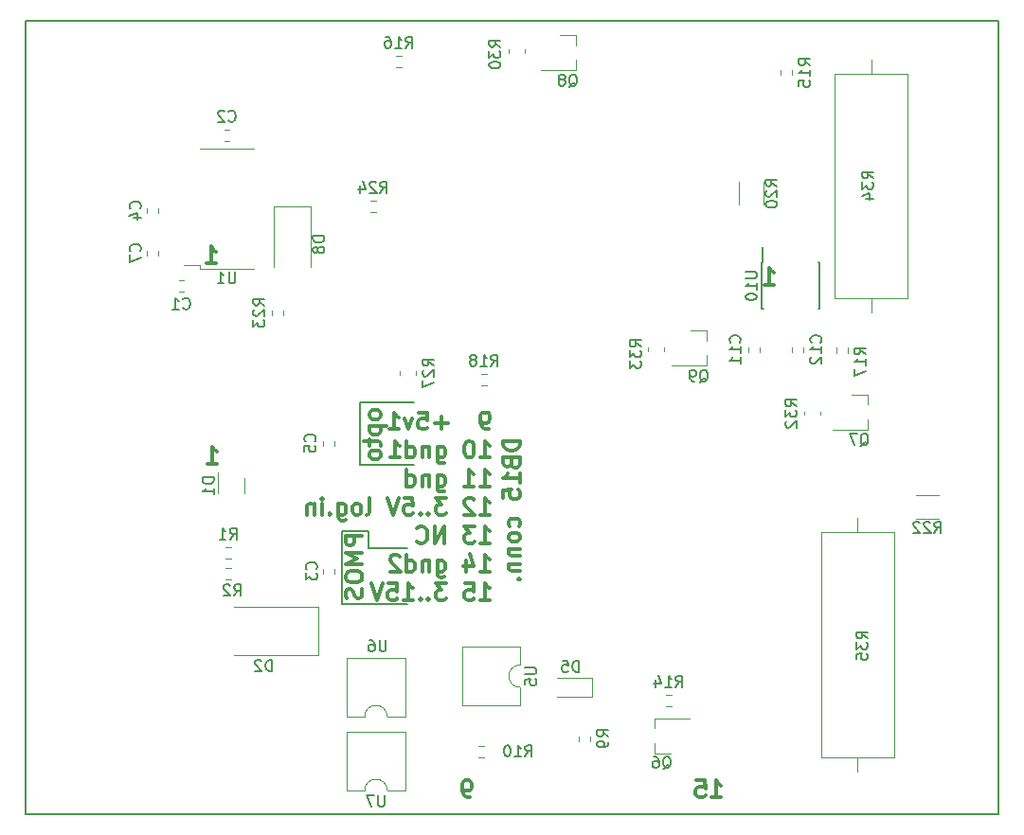
<source format=gbr>
G04 #@! TF.GenerationSoftware,KiCad,Pcbnew,6.0.0-rc1-unknown*
G04 #@! TF.CreationDate,2019-01-01T14:04:30+03:00
G04 #@! TF.ProjectId,socket,736f636b-6574-42e6-9b69-6361645f7063,rev?*
G04 #@! TF.SameCoordinates,Original*
G04 #@! TF.FileFunction,Legend,Bot*
G04 #@! TF.FilePolarity,Positive*
%FSLAX46Y46*%
G04 Gerber Fmt 4.6, Leading zero omitted, Abs format (unit mm)*
G04 Created by KiCad (PCBNEW 6.0.0-rc1-unknown) date Вт 01 янв 2019 14:04:30*
%MOMM*%
%LPD*%
G04 APERTURE LIST*
%ADD10C,0.200000*%
%ADD11C,0.300000*%
%ADD12C,0.150000*%
%ADD13C,0.120000*%
G04 APERTURE END LIST*
D10*
X66802000Y-74168000D02*
X72644000Y-74168000D01*
X66802000Y-67691000D02*
X66802000Y-74168000D01*
X69215000Y-67691000D02*
X66802000Y-67691000D01*
X69215000Y-69215000D02*
X69215000Y-67691000D01*
X72644000Y-69215000D02*
X69215000Y-69215000D01*
D11*
X68623571Y-68116000D02*
X67123571Y-68116000D01*
X67123571Y-68687428D01*
X67195000Y-68830285D01*
X67266428Y-68901714D01*
X67409285Y-68973142D01*
X67623571Y-68973142D01*
X67766428Y-68901714D01*
X67837857Y-68830285D01*
X67909285Y-68687428D01*
X67909285Y-68116000D01*
X68623571Y-69616000D02*
X67123571Y-69616000D01*
X68195000Y-70116000D01*
X67123571Y-70616000D01*
X68623571Y-70616000D01*
X67123571Y-71616000D02*
X67123571Y-71901714D01*
X67195000Y-72044571D01*
X67337857Y-72187428D01*
X67623571Y-72258857D01*
X68123571Y-72258857D01*
X68409285Y-72187428D01*
X68552142Y-72044571D01*
X68623571Y-71901714D01*
X68623571Y-71616000D01*
X68552142Y-71473142D01*
X68409285Y-71330285D01*
X68123571Y-71258857D01*
X67623571Y-71258857D01*
X67337857Y-71330285D01*
X67195000Y-71473142D01*
X67123571Y-71616000D01*
X68552142Y-72830285D02*
X68623571Y-73044571D01*
X68623571Y-73401714D01*
X68552142Y-73544571D01*
X68480714Y-73616000D01*
X68337857Y-73687428D01*
X68195000Y-73687428D01*
X68052142Y-73616000D01*
X67980714Y-73544571D01*
X67909285Y-73401714D01*
X67837857Y-73116000D01*
X67766428Y-72973142D01*
X67695000Y-72901714D01*
X67552142Y-72830285D01*
X67409285Y-72830285D01*
X67266428Y-72901714D01*
X67195000Y-72973142D01*
X67123571Y-73116000D01*
X67123571Y-73473142D01*
X67195000Y-73687428D01*
D10*
X68453000Y-61722000D02*
X73279000Y-61722000D01*
X68453000Y-56134000D02*
X68453000Y-61722000D01*
X73279000Y-56134000D02*
X68453000Y-56134000D01*
D11*
X70274571Y-57162142D02*
X70203142Y-57019285D01*
X70131714Y-56947857D01*
X69988857Y-56876428D01*
X69560285Y-56876428D01*
X69417428Y-56947857D01*
X69346000Y-57019285D01*
X69274571Y-57162142D01*
X69274571Y-57376428D01*
X69346000Y-57519285D01*
X69417428Y-57590714D01*
X69560285Y-57662142D01*
X69988857Y-57662142D01*
X70131714Y-57590714D01*
X70203142Y-57519285D01*
X70274571Y-57376428D01*
X70274571Y-57162142D01*
X69274571Y-58305000D02*
X70774571Y-58305000D01*
X69346000Y-58305000D02*
X69274571Y-58447857D01*
X69274571Y-58733571D01*
X69346000Y-58876428D01*
X69417428Y-58947857D01*
X69560285Y-59019285D01*
X69988857Y-59019285D01*
X70131714Y-58947857D01*
X70203142Y-58876428D01*
X70274571Y-58733571D01*
X70274571Y-58447857D01*
X70203142Y-58305000D01*
X69274571Y-59447857D02*
X69274571Y-60019285D01*
X68774571Y-59662142D02*
X70060285Y-59662142D01*
X70203142Y-59733571D01*
X70274571Y-59876428D01*
X70274571Y-60019285D01*
X70274571Y-60733571D02*
X70203142Y-60590714D01*
X70131714Y-60519285D01*
X69988857Y-60447857D01*
X69560285Y-60447857D01*
X69417428Y-60519285D01*
X69346000Y-60590714D01*
X69274571Y-60733571D01*
X69274571Y-60947857D01*
X69346000Y-61090714D01*
X69417428Y-61162142D01*
X69560285Y-61233571D01*
X69988857Y-61233571D01*
X70131714Y-61162142D01*
X70203142Y-61090714D01*
X70274571Y-60947857D01*
X70274571Y-60733571D01*
X79894428Y-58560571D02*
X79608714Y-58560571D01*
X79465857Y-58489142D01*
X79394428Y-58417714D01*
X79251571Y-58203428D01*
X79180142Y-57917714D01*
X79180142Y-57346285D01*
X79251571Y-57203428D01*
X79323000Y-57132000D01*
X79465857Y-57060571D01*
X79751571Y-57060571D01*
X79894428Y-57132000D01*
X79965857Y-57203428D01*
X80037285Y-57346285D01*
X80037285Y-57703428D01*
X79965857Y-57846285D01*
X79894428Y-57917714D01*
X79751571Y-57989142D01*
X79465857Y-57989142D01*
X79323000Y-57917714D01*
X79251571Y-57846285D01*
X79180142Y-57703428D01*
X76251571Y-57989142D02*
X75108714Y-57989142D01*
X75680142Y-58560571D02*
X75680142Y-57417714D01*
X73680142Y-57060571D02*
X74394428Y-57060571D01*
X74465857Y-57774857D01*
X74394428Y-57703428D01*
X74251571Y-57632000D01*
X73894428Y-57632000D01*
X73751571Y-57703428D01*
X73680142Y-57774857D01*
X73608714Y-57917714D01*
X73608714Y-58274857D01*
X73680142Y-58417714D01*
X73751571Y-58489142D01*
X73894428Y-58560571D01*
X74251571Y-58560571D01*
X74394428Y-58489142D01*
X74465857Y-58417714D01*
X73108714Y-57560571D02*
X72751571Y-58560571D01*
X72394428Y-57560571D01*
X71037285Y-58560571D02*
X71894428Y-58560571D01*
X71465857Y-58560571D02*
X71465857Y-57060571D01*
X71608714Y-57274857D01*
X71751571Y-57417714D01*
X71894428Y-57489142D01*
X79180142Y-61110571D02*
X80037285Y-61110571D01*
X79608714Y-61110571D02*
X79608714Y-59610571D01*
X79751571Y-59824857D01*
X79894428Y-59967714D01*
X80037285Y-60039142D01*
X78251571Y-59610571D02*
X78108714Y-59610571D01*
X77965857Y-59682000D01*
X77894428Y-59753428D01*
X77823000Y-59896285D01*
X77751571Y-60182000D01*
X77751571Y-60539142D01*
X77823000Y-60824857D01*
X77894428Y-60967714D01*
X77965857Y-61039142D01*
X78108714Y-61110571D01*
X78251571Y-61110571D01*
X78394428Y-61039142D01*
X78465857Y-60967714D01*
X78537285Y-60824857D01*
X78608714Y-60539142D01*
X78608714Y-60182000D01*
X78537285Y-59896285D01*
X78465857Y-59753428D01*
X78394428Y-59682000D01*
X78251571Y-59610571D01*
X75323000Y-60110571D02*
X75323000Y-61324857D01*
X75394428Y-61467714D01*
X75465857Y-61539142D01*
X75608714Y-61610571D01*
X75823000Y-61610571D01*
X75965857Y-61539142D01*
X75323000Y-61039142D02*
X75465857Y-61110571D01*
X75751571Y-61110571D01*
X75894428Y-61039142D01*
X75965857Y-60967714D01*
X76037285Y-60824857D01*
X76037285Y-60396285D01*
X75965857Y-60253428D01*
X75894428Y-60182000D01*
X75751571Y-60110571D01*
X75465857Y-60110571D01*
X75323000Y-60182000D01*
X74608714Y-60110571D02*
X74608714Y-61110571D01*
X74608714Y-60253428D02*
X74537285Y-60182000D01*
X74394428Y-60110571D01*
X74180142Y-60110571D01*
X74037285Y-60182000D01*
X73965857Y-60324857D01*
X73965857Y-61110571D01*
X72608714Y-61110571D02*
X72608714Y-59610571D01*
X72608714Y-61039142D02*
X72751571Y-61110571D01*
X73037285Y-61110571D01*
X73180142Y-61039142D01*
X73251571Y-60967714D01*
X73323000Y-60824857D01*
X73323000Y-60396285D01*
X73251571Y-60253428D01*
X73180142Y-60182000D01*
X73037285Y-60110571D01*
X72751571Y-60110571D01*
X72608714Y-60182000D01*
X71108714Y-61110571D02*
X71965857Y-61110571D01*
X71537285Y-61110571D02*
X71537285Y-59610571D01*
X71680142Y-59824857D01*
X71823000Y-59967714D01*
X71965857Y-60039142D01*
X79180142Y-63660571D02*
X80037285Y-63660571D01*
X79608714Y-63660571D02*
X79608714Y-62160571D01*
X79751571Y-62374857D01*
X79894428Y-62517714D01*
X80037285Y-62589142D01*
X77751571Y-63660571D02*
X78608714Y-63660571D01*
X78180142Y-63660571D02*
X78180142Y-62160571D01*
X78323000Y-62374857D01*
X78465857Y-62517714D01*
X78608714Y-62589142D01*
X75323000Y-62660571D02*
X75323000Y-63874857D01*
X75394428Y-64017714D01*
X75465857Y-64089142D01*
X75608714Y-64160571D01*
X75823000Y-64160571D01*
X75965857Y-64089142D01*
X75323000Y-63589142D02*
X75465857Y-63660571D01*
X75751571Y-63660571D01*
X75894428Y-63589142D01*
X75965857Y-63517714D01*
X76037285Y-63374857D01*
X76037285Y-62946285D01*
X75965857Y-62803428D01*
X75894428Y-62732000D01*
X75751571Y-62660571D01*
X75465857Y-62660571D01*
X75323000Y-62732000D01*
X74608714Y-62660571D02*
X74608714Y-63660571D01*
X74608714Y-62803428D02*
X74537285Y-62732000D01*
X74394428Y-62660571D01*
X74180142Y-62660571D01*
X74037285Y-62732000D01*
X73965857Y-62874857D01*
X73965857Y-63660571D01*
X72608714Y-63660571D02*
X72608714Y-62160571D01*
X72608714Y-63589142D02*
X72751571Y-63660571D01*
X73037285Y-63660571D01*
X73180142Y-63589142D01*
X73251571Y-63517714D01*
X73323000Y-63374857D01*
X73323000Y-62946285D01*
X73251571Y-62803428D01*
X73180142Y-62732000D01*
X73037285Y-62660571D01*
X72751571Y-62660571D01*
X72608714Y-62732000D01*
X79180142Y-66210571D02*
X80037285Y-66210571D01*
X79608714Y-66210571D02*
X79608714Y-64710571D01*
X79751571Y-64924857D01*
X79894428Y-65067714D01*
X80037285Y-65139142D01*
X78608714Y-64853428D02*
X78537285Y-64782000D01*
X78394428Y-64710571D01*
X78037285Y-64710571D01*
X77894428Y-64782000D01*
X77823000Y-64853428D01*
X77751571Y-64996285D01*
X77751571Y-65139142D01*
X77823000Y-65353428D01*
X78680142Y-66210571D01*
X77751571Y-66210571D01*
X76108714Y-64710571D02*
X75180142Y-64710571D01*
X75680142Y-65282000D01*
X75465857Y-65282000D01*
X75323000Y-65353428D01*
X75251571Y-65424857D01*
X75180142Y-65567714D01*
X75180142Y-65924857D01*
X75251571Y-66067714D01*
X75323000Y-66139142D01*
X75465857Y-66210571D01*
X75894428Y-66210571D01*
X76037285Y-66139142D01*
X76108714Y-66067714D01*
X74537285Y-66067714D02*
X74465857Y-66139142D01*
X74537285Y-66210571D01*
X74608714Y-66139142D01*
X74537285Y-66067714D01*
X74537285Y-66210571D01*
X73823000Y-66067714D02*
X73751571Y-66139142D01*
X73823000Y-66210571D01*
X73894428Y-66139142D01*
X73823000Y-66067714D01*
X73823000Y-66210571D01*
X72394428Y-64710571D02*
X73108714Y-64710571D01*
X73180142Y-65424857D01*
X73108714Y-65353428D01*
X72965857Y-65282000D01*
X72608714Y-65282000D01*
X72465857Y-65353428D01*
X72394428Y-65424857D01*
X72323000Y-65567714D01*
X72323000Y-65924857D01*
X72394428Y-66067714D01*
X72465857Y-66139142D01*
X72608714Y-66210571D01*
X72965857Y-66210571D01*
X73108714Y-66139142D01*
X73180142Y-66067714D01*
X71894428Y-64710571D02*
X71394428Y-66210571D01*
X70894428Y-64710571D01*
X69037285Y-66210571D02*
X69180142Y-66139142D01*
X69251571Y-65996285D01*
X69251571Y-64710571D01*
X68251571Y-66210571D02*
X68394428Y-66139142D01*
X68465857Y-66067714D01*
X68537285Y-65924857D01*
X68537285Y-65496285D01*
X68465857Y-65353428D01*
X68394428Y-65282000D01*
X68251571Y-65210571D01*
X68037285Y-65210571D01*
X67894428Y-65282000D01*
X67823000Y-65353428D01*
X67751571Y-65496285D01*
X67751571Y-65924857D01*
X67823000Y-66067714D01*
X67894428Y-66139142D01*
X68037285Y-66210571D01*
X68251571Y-66210571D01*
X66465857Y-65210571D02*
X66465857Y-66424857D01*
X66537285Y-66567714D01*
X66608714Y-66639142D01*
X66751571Y-66710571D01*
X66965857Y-66710571D01*
X67108714Y-66639142D01*
X66465857Y-66139142D02*
X66608714Y-66210571D01*
X66894428Y-66210571D01*
X67037285Y-66139142D01*
X67108714Y-66067714D01*
X67180142Y-65924857D01*
X67180142Y-65496285D01*
X67108714Y-65353428D01*
X67037285Y-65282000D01*
X66894428Y-65210571D01*
X66608714Y-65210571D01*
X66465857Y-65282000D01*
X65751571Y-66067714D02*
X65680142Y-66139142D01*
X65751571Y-66210571D01*
X65823000Y-66139142D01*
X65751571Y-66067714D01*
X65751571Y-66210571D01*
X65037285Y-66210571D02*
X65037285Y-65210571D01*
X65037285Y-64710571D02*
X65108714Y-64782000D01*
X65037285Y-64853428D01*
X64965857Y-64782000D01*
X65037285Y-64710571D01*
X65037285Y-64853428D01*
X64323000Y-65210571D02*
X64323000Y-66210571D01*
X64323000Y-65353428D02*
X64251571Y-65282000D01*
X64108714Y-65210571D01*
X63894428Y-65210571D01*
X63751571Y-65282000D01*
X63680142Y-65424857D01*
X63680142Y-66210571D01*
X79180142Y-68760571D02*
X80037285Y-68760571D01*
X79608714Y-68760571D02*
X79608714Y-67260571D01*
X79751571Y-67474857D01*
X79894428Y-67617714D01*
X80037285Y-67689142D01*
X78680142Y-67260571D02*
X77751571Y-67260571D01*
X78251571Y-67832000D01*
X78037285Y-67832000D01*
X77894428Y-67903428D01*
X77823000Y-67974857D01*
X77751571Y-68117714D01*
X77751571Y-68474857D01*
X77823000Y-68617714D01*
X77894428Y-68689142D01*
X78037285Y-68760571D01*
X78465857Y-68760571D01*
X78608714Y-68689142D01*
X78680142Y-68617714D01*
X75965857Y-68760571D02*
X75965857Y-67260571D01*
X75108714Y-68760571D01*
X75108714Y-67260571D01*
X73537285Y-68617714D02*
X73608714Y-68689142D01*
X73823000Y-68760571D01*
X73965857Y-68760571D01*
X74180142Y-68689142D01*
X74323000Y-68546285D01*
X74394428Y-68403428D01*
X74465857Y-68117714D01*
X74465857Y-67903428D01*
X74394428Y-67617714D01*
X74323000Y-67474857D01*
X74180142Y-67332000D01*
X73965857Y-67260571D01*
X73823000Y-67260571D01*
X73608714Y-67332000D01*
X73537285Y-67403428D01*
X79180142Y-71310571D02*
X80037285Y-71310571D01*
X79608714Y-71310571D02*
X79608714Y-69810571D01*
X79751571Y-70024857D01*
X79894428Y-70167714D01*
X80037285Y-70239142D01*
X77894428Y-70310571D02*
X77894428Y-71310571D01*
X78251571Y-69739142D02*
X78608714Y-70810571D01*
X77680142Y-70810571D01*
X75323000Y-70310571D02*
X75323000Y-71524857D01*
X75394428Y-71667714D01*
X75465857Y-71739142D01*
X75608714Y-71810571D01*
X75823000Y-71810571D01*
X75965857Y-71739142D01*
X75323000Y-71239142D02*
X75465857Y-71310571D01*
X75751571Y-71310571D01*
X75894428Y-71239142D01*
X75965857Y-71167714D01*
X76037285Y-71024857D01*
X76037285Y-70596285D01*
X75965857Y-70453428D01*
X75894428Y-70382000D01*
X75751571Y-70310571D01*
X75465857Y-70310571D01*
X75323000Y-70382000D01*
X74608714Y-70310571D02*
X74608714Y-71310571D01*
X74608714Y-70453428D02*
X74537285Y-70382000D01*
X74394428Y-70310571D01*
X74180142Y-70310571D01*
X74037285Y-70382000D01*
X73965857Y-70524857D01*
X73965857Y-71310571D01*
X72608714Y-71310571D02*
X72608714Y-69810571D01*
X72608714Y-71239142D02*
X72751571Y-71310571D01*
X73037285Y-71310571D01*
X73180142Y-71239142D01*
X73251571Y-71167714D01*
X73323000Y-71024857D01*
X73323000Y-70596285D01*
X73251571Y-70453428D01*
X73180142Y-70382000D01*
X73037285Y-70310571D01*
X72751571Y-70310571D01*
X72608714Y-70382000D01*
X71965857Y-69953428D02*
X71894428Y-69882000D01*
X71751571Y-69810571D01*
X71394428Y-69810571D01*
X71251571Y-69882000D01*
X71180142Y-69953428D01*
X71108714Y-70096285D01*
X71108714Y-70239142D01*
X71180142Y-70453428D01*
X72037285Y-71310571D01*
X71108714Y-71310571D01*
X79180142Y-73860571D02*
X80037285Y-73860571D01*
X79608714Y-73860571D02*
X79608714Y-72360571D01*
X79751571Y-72574857D01*
X79894428Y-72717714D01*
X80037285Y-72789142D01*
X77823000Y-72360571D02*
X78537285Y-72360571D01*
X78608714Y-73074857D01*
X78537285Y-73003428D01*
X78394428Y-72932000D01*
X78037285Y-72932000D01*
X77894428Y-73003428D01*
X77823000Y-73074857D01*
X77751571Y-73217714D01*
X77751571Y-73574857D01*
X77823000Y-73717714D01*
X77894428Y-73789142D01*
X78037285Y-73860571D01*
X78394428Y-73860571D01*
X78537285Y-73789142D01*
X78608714Y-73717714D01*
X76108714Y-72360571D02*
X75180142Y-72360571D01*
X75680142Y-72932000D01*
X75465857Y-72932000D01*
X75323000Y-73003428D01*
X75251571Y-73074857D01*
X75180142Y-73217714D01*
X75180142Y-73574857D01*
X75251571Y-73717714D01*
X75323000Y-73789142D01*
X75465857Y-73860571D01*
X75894428Y-73860571D01*
X76037285Y-73789142D01*
X76108714Y-73717714D01*
X74537285Y-73717714D02*
X74465857Y-73789142D01*
X74537285Y-73860571D01*
X74608714Y-73789142D01*
X74537285Y-73717714D01*
X74537285Y-73860571D01*
X73823000Y-73717714D02*
X73751571Y-73789142D01*
X73823000Y-73860571D01*
X73894428Y-73789142D01*
X73823000Y-73717714D01*
X73823000Y-73860571D01*
X72323000Y-73860571D02*
X73180142Y-73860571D01*
X72751571Y-73860571D02*
X72751571Y-72360571D01*
X72894428Y-72574857D01*
X73037285Y-72717714D01*
X73180142Y-72789142D01*
X70965857Y-72360571D02*
X71680142Y-72360571D01*
X71751571Y-73074857D01*
X71680142Y-73003428D01*
X71537285Y-72932000D01*
X71180142Y-72932000D01*
X71037285Y-73003428D01*
X70965857Y-73074857D01*
X70894428Y-73217714D01*
X70894428Y-73574857D01*
X70965857Y-73717714D01*
X71037285Y-73789142D01*
X71180142Y-73860571D01*
X71537285Y-73860571D01*
X71680142Y-73789142D01*
X71751571Y-73717714D01*
X70465857Y-72360571D02*
X69965857Y-73860571D01*
X69465857Y-72360571D01*
X99853714Y-91483571D02*
X100710857Y-91483571D01*
X100282285Y-91483571D02*
X100282285Y-89983571D01*
X100425142Y-90197857D01*
X100568000Y-90340714D01*
X100710857Y-90412142D01*
X98496571Y-89983571D02*
X99210857Y-89983571D01*
X99282285Y-90697857D01*
X99210857Y-90626428D01*
X99068000Y-90555000D01*
X98710857Y-90555000D01*
X98568000Y-90626428D01*
X98496571Y-90697857D01*
X98425142Y-90840714D01*
X98425142Y-91197857D01*
X98496571Y-91340714D01*
X98568000Y-91412142D01*
X98710857Y-91483571D01*
X99068000Y-91483571D01*
X99210857Y-91412142D01*
X99282285Y-91340714D01*
X78263714Y-91483571D02*
X77978000Y-91483571D01*
X77835142Y-91412142D01*
X77763714Y-91340714D01*
X77620857Y-91126428D01*
X77549428Y-90840714D01*
X77549428Y-90269285D01*
X77620857Y-90126428D01*
X77692285Y-90055000D01*
X77835142Y-89983571D01*
X78120857Y-89983571D01*
X78263714Y-90055000D01*
X78335142Y-90126428D01*
X78406571Y-90269285D01*
X78406571Y-90626428D01*
X78335142Y-90769285D01*
X78263714Y-90840714D01*
X78120857Y-90912142D01*
X77835142Y-90912142D01*
X77692285Y-90840714D01*
X77620857Y-90769285D01*
X77549428Y-90626428D01*
X82720571Y-59607428D02*
X81220571Y-59607428D01*
X81220571Y-59964571D01*
X81292000Y-60178857D01*
X81434857Y-60321714D01*
X81577714Y-60393142D01*
X81863428Y-60464571D01*
X82077714Y-60464571D01*
X82363428Y-60393142D01*
X82506285Y-60321714D01*
X82649142Y-60178857D01*
X82720571Y-59964571D01*
X82720571Y-59607428D01*
X81934857Y-61607428D02*
X82006285Y-61821714D01*
X82077714Y-61893142D01*
X82220571Y-61964571D01*
X82434857Y-61964571D01*
X82577714Y-61893142D01*
X82649142Y-61821714D01*
X82720571Y-61678857D01*
X82720571Y-61107428D01*
X81220571Y-61107428D01*
X81220571Y-61607428D01*
X81292000Y-61750285D01*
X81363428Y-61821714D01*
X81506285Y-61893142D01*
X81649142Y-61893142D01*
X81792000Y-61821714D01*
X81863428Y-61750285D01*
X81934857Y-61607428D01*
X81934857Y-61107428D01*
X82720571Y-63393142D02*
X82720571Y-62536000D01*
X82720571Y-62964571D02*
X81220571Y-62964571D01*
X81434857Y-62821714D01*
X81577714Y-62678857D01*
X81649142Y-62536000D01*
X81220571Y-64750285D02*
X81220571Y-64036000D01*
X81934857Y-63964571D01*
X81863428Y-64036000D01*
X81792000Y-64178857D01*
X81792000Y-64536000D01*
X81863428Y-64678857D01*
X81934857Y-64750285D01*
X82077714Y-64821714D01*
X82434857Y-64821714D01*
X82577714Y-64750285D01*
X82649142Y-64678857D01*
X82720571Y-64536000D01*
X82720571Y-64178857D01*
X82649142Y-64036000D01*
X82577714Y-63964571D01*
X82649142Y-67250285D02*
X82720571Y-67107428D01*
X82720571Y-66821714D01*
X82649142Y-66678857D01*
X82577714Y-66607428D01*
X82434857Y-66536000D01*
X82006285Y-66536000D01*
X81863428Y-66607428D01*
X81792000Y-66678857D01*
X81720571Y-66821714D01*
X81720571Y-67107428D01*
X81792000Y-67250285D01*
X82720571Y-68107428D02*
X82649142Y-67964571D01*
X82577714Y-67893142D01*
X82434857Y-67821714D01*
X82006285Y-67821714D01*
X81863428Y-67893142D01*
X81792000Y-67964571D01*
X81720571Y-68107428D01*
X81720571Y-68321714D01*
X81792000Y-68464571D01*
X81863428Y-68536000D01*
X82006285Y-68607428D01*
X82434857Y-68607428D01*
X82577714Y-68536000D01*
X82649142Y-68464571D01*
X82720571Y-68321714D01*
X82720571Y-68107428D01*
X81720571Y-69250285D02*
X82720571Y-69250285D01*
X81863428Y-69250285D02*
X81792000Y-69321714D01*
X81720571Y-69464571D01*
X81720571Y-69678857D01*
X81792000Y-69821714D01*
X81934857Y-69893142D01*
X82720571Y-69893142D01*
X81720571Y-70607428D02*
X82720571Y-70607428D01*
X81863428Y-70607428D02*
X81792000Y-70678857D01*
X81720571Y-70821714D01*
X81720571Y-71036000D01*
X81792000Y-71178857D01*
X81934857Y-71250285D01*
X82720571Y-71250285D01*
X82577714Y-71964571D02*
X82649142Y-72036000D01*
X82720571Y-71964571D01*
X82649142Y-71893142D01*
X82577714Y-71964571D01*
X82720571Y-71964571D01*
X54816428Y-61638571D02*
X55673571Y-61638571D01*
X55245000Y-61638571D02*
X55245000Y-60138571D01*
X55387857Y-60352857D01*
X55530714Y-60495714D01*
X55673571Y-60567142D01*
X104600428Y-45636571D02*
X105457571Y-45636571D01*
X105029000Y-45636571D02*
X105029000Y-44136571D01*
X105171857Y-44350857D01*
X105314714Y-44493714D01*
X105457571Y-44565142D01*
X54689428Y-43731571D02*
X55546571Y-43731571D01*
X55118000Y-43731571D02*
X55118000Y-42231571D01*
X55260857Y-42445857D01*
X55403714Y-42588714D01*
X55546571Y-42660142D01*
D12*
X125500000Y-93000000D02*
X38500000Y-93000000D01*
X38500000Y-22000000D02*
X125500000Y-22000000D01*
X125500000Y-22000000D02*
X125500000Y-93000000D01*
X38500000Y-22000000D02*
X38500000Y-93000000D01*
D13*
X112010000Y-51720000D02*
X112010000Y-51280000D01*
X110990000Y-51720000D02*
X110990000Y-51280000D01*
X52231000Y-46230000D02*
X52671000Y-46230000D01*
X52231000Y-45210000D02*
X52671000Y-45210000D01*
X54106000Y-44256000D02*
X54106000Y-43856000D01*
X54106000Y-43856000D02*
X52706000Y-43856000D01*
X54106000Y-44256000D02*
X58906000Y-44256000D01*
X54106000Y-33456000D02*
X58906000Y-33456000D01*
X56735000Y-31748000D02*
X56295000Y-31748000D01*
X56735000Y-32768000D02*
X56295000Y-32768000D01*
X66169000Y-71467000D02*
X66169000Y-71027000D01*
X65149000Y-71467000D02*
X65149000Y-71027000D01*
X50421000Y-39209000D02*
X50421000Y-38769000D01*
X49401000Y-39209000D02*
X49401000Y-38769000D01*
X65149000Y-59597000D02*
X65149000Y-60037000D01*
X66169000Y-59597000D02*
X66169000Y-60037000D01*
X50421000Y-43019000D02*
X50421000Y-42579000D01*
X49401000Y-43019000D02*
X49401000Y-42579000D01*
X103122000Y-51215000D02*
X103122000Y-51655000D01*
X104142000Y-51215000D02*
X104142000Y-51655000D01*
X55736000Y-64327000D02*
X55736000Y-62427000D01*
X58056000Y-62927000D02*
X58056000Y-64327000D01*
X64667000Y-74431000D02*
X64667000Y-78731000D01*
X64667000Y-78731000D02*
X57117000Y-78731000D01*
X64667000Y-74431000D02*
X57117000Y-74431000D01*
X94744000Y-87559000D02*
X94744000Y-86629000D01*
X94744000Y-84399000D02*
X94744000Y-85329000D01*
X94744000Y-84399000D02*
X97904000Y-84399000D01*
X94744000Y-87559000D02*
X96204000Y-87559000D01*
X87755000Y-23312000D02*
X87755000Y-24242000D01*
X87755000Y-26472000D02*
X87755000Y-25542000D01*
X87755000Y-26472000D02*
X84595000Y-26472000D01*
X87755000Y-23312000D02*
X86295000Y-23312000D01*
X99439000Y-49728000D02*
X99439000Y-50658000D01*
X99439000Y-52888000D02*
X99439000Y-51958000D01*
X99439000Y-52888000D02*
X96279000Y-52888000D01*
X99439000Y-49728000D02*
X97979000Y-49728000D01*
X56862000Y-69086000D02*
X56422000Y-69086000D01*
X56862000Y-70106000D02*
X56422000Y-70106000D01*
X56862000Y-70991000D02*
X56422000Y-70991000D01*
X56862000Y-72011000D02*
X56422000Y-72011000D01*
X89029000Y-86453000D02*
X89029000Y-86013000D01*
X88009000Y-86453000D02*
X88009000Y-86013000D01*
X79468000Y-86866000D02*
X79028000Y-86866000D01*
X79468000Y-87886000D02*
X79028000Y-87886000D01*
X96232000Y-82294000D02*
X95792000Y-82294000D01*
X96232000Y-83314000D02*
X95792000Y-83314000D01*
X106043000Y-26450000D02*
X106043000Y-26890000D01*
X107063000Y-26450000D02*
X107063000Y-26890000D01*
X72102000Y-25144000D02*
X71662000Y-25144000D01*
X72102000Y-26164000D02*
X71662000Y-26164000D01*
X79722000Y-53592000D02*
X79282000Y-53592000D01*
X79722000Y-54612000D02*
X79282000Y-54612000D01*
X61597000Y-48353000D02*
X61597000Y-47913000D01*
X60577000Y-48353000D02*
X60577000Y-47913000D01*
X82737000Y-79645000D02*
G75*
G03X82737000Y-81645000I0J-1000000D01*
G01*
X82737000Y-81645000D02*
X82737000Y-83295000D01*
X82737000Y-83295000D02*
X77537000Y-83295000D01*
X77537000Y-83295000D02*
X77537000Y-77995000D01*
X77537000Y-77995000D02*
X82737000Y-77995000D01*
X82737000Y-77995000D02*
X82737000Y-79645000D01*
X70850000Y-84261000D02*
G75*
G03X68850000Y-84261000I-1000000J0D01*
G01*
X68850000Y-84261000D02*
X67200000Y-84261000D01*
X67200000Y-84261000D02*
X67200000Y-79061000D01*
X67200000Y-79061000D02*
X72500000Y-79061000D01*
X72500000Y-79061000D02*
X72500000Y-84261000D01*
X72500000Y-84261000D02*
X70850000Y-84261000D01*
X70850000Y-90865000D02*
G75*
G03X68850000Y-90865000I-1000000J0D01*
G01*
X68850000Y-90865000D02*
X67200000Y-90865000D01*
X67200000Y-90865000D02*
X67200000Y-85665000D01*
X67200000Y-85665000D02*
X72500000Y-85665000D01*
X72500000Y-85665000D02*
X72500000Y-90865000D01*
X72500000Y-90865000D02*
X70850000Y-90865000D01*
D12*
X104359000Y-43645000D02*
X104409000Y-43645000D01*
X104359000Y-47795000D02*
X104504000Y-47795000D01*
X109509000Y-47795000D02*
X109364000Y-47795000D01*
X109509000Y-43645000D02*
X109364000Y-43645000D01*
X104359000Y-43645000D02*
X104359000Y-47795000D01*
X109509000Y-43645000D02*
X109509000Y-47795000D01*
X104409000Y-43645000D02*
X104409000Y-42245000D01*
D13*
X89149000Y-80811000D02*
X89149000Y-82511000D01*
X89149000Y-82511000D02*
X85999000Y-82511000D01*
X89149000Y-80811000D02*
X85999000Y-80811000D01*
X107059000Y-51215000D02*
X107059000Y-51655000D01*
X108079000Y-51215000D02*
X108079000Y-51655000D01*
X113790000Y-55443000D02*
X113790000Y-56373000D01*
X113790000Y-58603000D02*
X113790000Y-57673000D01*
X113790000Y-58603000D02*
X110630000Y-58603000D01*
X113790000Y-55443000D02*
X112330000Y-55443000D01*
X73417500Y-53680500D02*
X73417500Y-53380500D01*
X71997500Y-53680500D02*
X71997500Y-53380500D01*
X83133000Y-24915000D02*
X83133000Y-24615000D01*
X81713000Y-24915000D02*
X81713000Y-24615000D01*
X108129000Y-57000000D02*
X108129000Y-57300000D01*
X109549000Y-57000000D02*
X109549000Y-57300000D01*
X95579000Y-51585000D02*
X95579000Y-51285000D01*
X94159000Y-51585000D02*
X94159000Y-51285000D01*
X60707000Y-38637000D02*
X64007000Y-38637000D01*
X64007000Y-38637000D02*
X64007000Y-44037000D01*
X60707000Y-38637000D02*
X60707000Y-44037000D01*
X69816000Y-38098000D02*
X69376000Y-38098000D01*
X69816000Y-39118000D02*
X69376000Y-39118000D01*
X117369500Y-46890000D02*
X110849500Y-46890000D01*
X110849500Y-46890000D02*
X110849500Y-26770000D01*
X110849500Y-26770000D02*
X117369500Y-26770000D01*
X117369500Y-26770000D02*
X117369500Y-46890000D01*
X114109500Y-48150000D02*
X114109500Y-46890000D01*
X114109500Y-25510000D02*
X114109500Y-26770000D01*
X116163000Y-87911000D02*
X109643000Y-87911000D01*
X109643000Y-87911000D02*
X109643000Y-67791000D01*
X109643000Y-67791000D02*
X116163000Y-67791000D01*
X116163000Y-67791000D02*
X116163000Y-87911000D01*
X112903000Y-89171000D02*
X112903000Y-87911000D01*
X112903000Y-66531000D02*
X112903000Y-67791000D01*
X102308000Y-36465000D02*
X102308000Y-38465000D01*
X104448000Y-38465000D02*
X104448000Y-36465000D01*
X120126000Y-64462000D02*
X118126000Y-64462000D01*
X118126000Y-66602000D02*
X120126000Y-66602000D01*
D12*
X113603380Y-51873142D02*
X113127190Y-51539809D01*
X113603380Y-51301714D02*
X112603380Y-51301714D01*
X112603380Y-51682666D01*
X112651000Y-51777904D01*
X112698619Y-51825523D01*
X112793857Y-51873142D01*
X112936714Y-51873142D01*
X113031952Y-51825523D01*
X113079571Y-51777904D01*
X113127190Y-51682666D01*
X113127190Y-51301714D01*
X113603380Y-52825523D02*
X113603380Y-52254095D01*
X113603380Y-52539809D02*
X112603380Y-52539809D01*
X112746238Y-52444571D01*
X112841476Y-52349333D01*
X112889095Y-52254095D01*
X112603380Y-53158857D02*
X112603380Y-53825523D01*
X113603380Y-53396952D01*
X52617666Y-47727142D02*
X52665285Y-47774761D01*
X52808142Y-47822380D01*
X52903380Y-47822380D01*
X53046238Y-47774761D01*
X53141476Y-47679523D01*
X53189095Y-47584285D01*
X53236714Y-47393809D01*
X53236714Y-47250952D01*
X53189095Y-47060476D01*
X53141476Y-46965238D01*
X53046238Y-46870000D01*
X52903380Y-46822380D01*
X52808142Y-46822380D01*
X52665285Y-46870000D01*
X52617666Y-46917619D01*
X51665285Y-47822380D02*
X52236714Y-47822380D01*
X51951000Y-47822380D02*
X51951000Y-46822380D01*
X52046238Y-46965238D01*
X52141476Y-47060476D01*
X52236714Y-47108095D01*
X57267904Y-44508380D02*
X57267904Y-45317904D01*
X57220285Y-45413142D01*
X57172666Y-45460761D01*
X57077428Y-45508380D01*
X56886952Y-45508380D01*
X56791714Y-45460761D01*
X56744095Y-45413142D01*
X56696476Y-45317904D01*
X56696476Y-44508380D01*
X55696476Y-45508380D02*
X56267904Y-45508380D01*
X55982190Y-45508380D02*
X55982190Y-44508380D01*
X56077428Y-44651238D01*
X56172666Y-44746476D01*
X56267904Y-44794095D01*
X56681666Y-30965142D02*
X56729285Y-31012761D01*
X56872142Y-31060380D01*
X56967380Y-31060380D01*
X57110238Y-31012761D01*
X57205476Y-30917523D01*
X57253095Y-30822285D01*
X57300714Y-30631809D01*
X57300714Y-30488952D01*
X57253095Y-30298476D01*
X57205476Y-30203238D01*
X57110238Y-30108000D01*
X56967380Y-30060380D01*
X56872142Y-30060380D01*
X56729285Y-30108000D01*
X56681666Y-30155619D01*
X56300714Y-30155619D02*
X56253095Y-30108000D01*
X56157857Y-30060380D01*
X55919761Y-30060380D01*
X55824523Y-30108000D01*
X55776904Y-30155619D01*
X55729285Y-30250857D01*
X55729285Y-30346095D01*
X55776904Y-30488952D01*
X56348333Y-31060380D01*
X55729285Y-31060380D01*
X64492142Y-71080333D02*
X64539761Y-71032714D01*
X64587380Y-70889857D01*
X64587380Y-70794619D01*
X64539761Y-70651761D01*
X64444523Y-70556523D01*
X64349285Y-70508904D01*
X64158809Y-70461285D01*
X64015952Y-70461285D01*
X63825476Y-70508904D01*
X63730238Y-70556523D01*
X63635000Y-70651761D01*
X63587380Y-70794619D01*
X63587380Y-70889857D01*
X63635000Y-71032714D01*
X63682619Y-71080333D01*
X63587380Y-71413666D02*
X63587380Y-72032714D01*
X63968333Y-71699380D01*
X63968333Y-71842238D01*
X64015952Y-71937476D01*
X64063571Y-71985095D01*
X64158809Y-72032714D01*
X64396904Y-72032714D01*
X64492142Y-71985095D01*
X64539761Y-71937476D01*
X64587380Y-71842238D01*
X64587380Y-71556523D01*
X64539761Y-71461285D01*
X64492142Y-71413666D01*
X48744142Y-38822333D02*
X48791761Y-38774714D01*
X48839380Y-38631857D01*
X48839380Y-38536619D01*
X48791761Y-38393761D01*
X48696523Y-38298523D01*
X48601285Y-38250904D01*
X48410809Y-38203285D01*
X48267952Y-38203285D01*
X48077476Y-38250904D01*
X47982238Y-38298523D01*
X47887000Y-38393761D01*
X47839380Y-38536619D01*
X47839380Y-38631857D01*
X47887000Y-38774714D01*
X47934619Y-38822333D01*
X48172714Y-39679476D02*
X48839380Y-39679476D01*
X47791761Y-39441380D02*
X48506047Y-39203285D01*
X48506047Y-39822333D01*
X64366142Y-59650333D02*
X64413761Y-59602714D01*
X64461380Y-59459857D01*
X64461380Y-59364619D01*
X64413761Y-59221761D01*
X64318523Y-59126523D01*
X64223285Y-59078904D01*
X64032809Y-59031285D01*
X63889952Y-59031285D01*
X63699476Y-59078904D01*
X63604238Y-59126523D01*
X63509000Y-59221761D01*
X63461380Y-59364619D01*
X63461380Y-59459857D01*
X63509000Y-59602714D01*
X63556619Y-59650333D01*
X63461380Y-60555095D02*
X63461380Y-60078904D01*
X63937571Y-60031285D01*
X63889952Y-60078904D01*
X63842333Y-60174142D01*
X63842333Y-60412238D01*
X63889952Y-60507476D01*
X63937571Y-60555095D01*
X64032809Y-60602714D01*
X64270904Y-60602714D01*
X64366142Y-60555095D01*
X64413761Y-60507476D01*
X64461380Y-60412238D01*
X64461380Y-60174142D01*
X64413761Y-60078904D01*
X64366142Y-60031285D01*
X48744142Y-42632333D02*
X48791761Y-42584714D01*
X48839380Y-42441857D01*
X48839380Y-42346619D01*
X48791761Y-42203761D01*
X48696523Y-42108523D01*
X48601285Y-42060904D01*
X48410809Y-42013285D01*
X48267952Y-42013285D01*
X48077476Y-42060904D01*
X47982238Y-42108523D01*
X47887000Y-42203761D01*
X47839380Y-42346619D01*
X47839380Y-42441857D01*
X47887000Y-42584714D01*
X47934619Y-42632333D01*
X47839380Y-42965666D02*
X47839380Y-43632333D01*
X48839380Y-43203761D01*
X102339142Y-50792142D02*
X102386761Y-50744523D01*
X102434380Y-50601666D01*
X102434380Y-50506428D01*
X102386761Y-50363571D01*
X102291523Y-50268333D01*
X102196285Y-50220714D01*
X102005809Y-50173095D01*
X101862952Y-50173095D01*
X101672476Y-50220714D01*
X101577238Y-50268333D01*
X101482000Y-50363571D01*
X101434380Y-50506428D01*
X101434380Y-50601666D01*
X101482000Y-50744523D01*
X101529619Y-50792142D01*
X102434380Y-51744523D02*
X102434380Y-51173095D01*
X102434380Y-51458809D02*
X101434380Y-51458809D01*
X101577238Y-51363571D01*
X101672476Y-51268333D01*
X101720095Y-51173095D01*
X102434380Y-52696904D02*
X102434380Y-52125476D01*
X102434380Y-52411190D02*
X101434380Y-52411190D01*
X101577238Y-52315952D01*
X101672476Y-52220714D01*
X101720095Y-52125476D01*
X55348380Y-62888904D02*
X54348380Y-62888904D01*
X54348380Y-63127000D01*
X54396000Y-63269857D01*
X54491238Y-63365095D01*
X54586476Y-63412714D01*
X54776952Y-63460333D01*
X54919809Y-63460333D01*
X55110285Y-63412714D01*
X55205523Y-63365095D01*
X55300761Y-63269857D01*
X55348380Y-63127000D01*
X55348380Y-62888904D01*
X55348380Y-64412714D02*
X55348380Y-63841285D01*
X55348380Y-64127000D02*
X54348380Y-64127000D01*
X54491238Y-64031761D01*
X54586476Y-63936523D01*
X54634095Y-63841285D01*
X60555095Y-80208380D02*
X60555095Y-79208380D01*
X60317000Y-79208380D01*
X60174142Y-79256000D01*
X60078904Y-79351238D01*
X60031285Y-79446476D01*
X59983666Y-79636952D01*
X59983666Y-79779809D01*
X60031285Y-79970285D01*
X60078904Y-80065523D01*
X60174142Y-80160761D01*
X60317000Y-80208380D01*
X60555095Y-80208380D01*
X59602714Y-79303619D02*
X59555095Y-79256000D01*
X59459857Y-79208380D01*
X59221761Y-79208380D01*
X59126523Y-79256000D01*
X59078904Y-79303619D01*
X59031285Y-79398857D01*
X59031285Y-79494095D01*
X59078904Y-79636952D01*
X59650333Y-80208380D01*
X59031285Y-80208380D01*
X95472238Y-88939619D02*
X95567476Y-88892000D01*
X95662714Y-88796761D01*
X95805571Y-88653904D01*
X95900809Y-88606285D01*
X95996047Y-88606285D01*
X95948428Y-88844380D02*
X96043666Y-88796761D01*
X96138904Y-88701523D01*
X96186523Y-88511047D01*
X96186523Y-88177714D01*
X96138904Y-87987238D01*
X96043666Y-87892000D01*
X95948428Y-87844380D01*
X95757952Y-87844380D01*
X95662714Y-87892000D01*
X95567476Y-87987238D01*
X95519857Y-88177714D01*
X95519857Y-88511047D01*
X95567476Y-88701523D01*
X95662714Y-88796761D01*
X95757952Y-88844380D01*
X95948428Y-88844380D01*
X94662714Y-87844380D02*
X94853190Y-87844380D01*
X94948428Y-87892000D01*
X94996047Y-87939619D01*
X95091285Y-88082476D01*
X95138904Y-88272952D01*
X95138904Y-88653904D01*
X95091285Y-88749142D01*
X95043666Y-88796761D01*
X94948428Y-88844380D01*
X94757952Y-88844380D01*
X94662714Y-88796761D01*
X94615095Y-88749142D01*
X94567476Y-88653904D01*
X94567476Y-88415809D01*
X94615095Y-88320571D01*
X94662714Y-88272952D01*
X94757952Y-88225333D01*
X94948428Y-88225333D01*
X95043666Y-88272952D01*
X95091285Y-88320571D01*
X95138904Y-88415809D01*
X87090238Y-27939619D02*
X87185476Y-27892000D01*
X87280714Y-27796761D01*
X87423571Y-27653904D01*
X87518809Y-27606285D01*
X87614047Y-27606285D01*
X87566428Y-27844380D02*
X87661666Y-27796761D01*
X87756904Y-27701523D01*
X87804523Y-27511047D01*
X87804523Y-27177714D01*
X87756904Y-26987238D01*
X87661666Y-26892000D01*
X87566428Y-26844380D01*
X87375952Y-26844380D01*
X87280714Y-26892000D01*
X87185476Y-26987238D01*
X87137857Y-27177714D01*
X87137857Y-27511047D01*
X87185476Y-27701523D01*
X87280714Y-27796761D01*
X87375952Y-27844380D01*
X87566428Y-27844380D01*
X86566428Y-27272952D02*
X86661666Y-27225333D01*
X86709285Y-27177714D01*
X86756904Y-27082476D01*
X86756904Y-27034857D01*
X86709285Y-26939619D01*
X86661666Y-26892000D01*
X86566428Y-26844380D01*
X86375952Y-26844380D01*
X86280714Y-26892000D01*
X86233095Y-26939619D01*
X86185476Y-27034857D01*
X86185476Y-27082476D01*
X86233095Y-27177714D01*
X86280714Y-27225333D01*
X86375952Y-27272952D01*
X86566428Y-27272952D01*
X86661666Y-27320571D01*
X86709285Y-27368190D01*
X86756904Y-27463428D01*
X86756904Y-27653904D01*
X86709285Y-27749142D01*
X86661666Y-27796761D01*
X86566428Y-27844380D01*
X86375952Y-27844380D01*
X86280714Y-27796761D01*
X86233095Y-27749142D01*
X86185476Y-27653904D01*
X86185476Y-27463428D01*
X86233095Y-27368190D01*
X86280714Y-27320571D01*
X86375952Y-27272952D01*
X98774238Y-54355619D02*
X98869476Y-54308000D01*
X98964714Y-54212761D01*
X99107571Y-54069904D01*
X99202809Y-54022285D01*
X99298047Y-54022285D01*
X99250428Y-54260380D02*
X99345666Y-54212761D01*
X99440904Y-54117523D01*
X99488523Y-53927047D01*
X99488523Y-53593714D01*
X99440904Y-53403238D01*
X99345666Y-53308000D01*
X99250428Y-53260380D01*
X99059952Y-53260380D01*
X98964714Y-53308000D01*
X98869476Y-53403238D01*
X98821857Y-53593714D01*
X98821857Y-53927047D01*
X98869476Y-54117523D01*
X98964714Y-54212761D01*
X99059952Y-54260380D01*
X99250428Y-54260380D01*
X98345666Y-54260380D02*
X98155190Y-54260380D01*
X98059952Y-54212761D01*
X98012333Y-54165142D01*
X97917095Y-54022285D01*
X97869476Y-53831809D01*
X97869476Y-53450857D01*
X97917095Y-53355619D01*
X97964714Y-53308000D01*
X98059952Y-53260380D01*
X98250428Y-53260380D01*
X98345666Y-53308000D01*
X98393285Y-53355619D01*
X98440904Y-53450857D01*
X98440904Y-53688952D01*
X98393285Y-53784190D01*
X98345666Y-53831809D01*
X98250428Y-53879428D01*
X98059952Y-53879428D01*
X97964714Y-53831809D01*
X97917095Y-53784190D01*
X97869476Y-53688952D01*
X56808666Y-68398380D02*
X57142000Y-67922190D01*
X57380095Y-68398380D02*
X57380095Y-67398380D01*
X56999142Y-67398380D01*
X56903904Y-67446000D01*
X56856285Y-67493619D01*
X56808666Y-67588857D01*
X56808666Y-67731714D01*
X56856285Y-67826952D01*
X56903904Y-67874571D01*
X56999142Y-67922190D01*
X57380095Y-67922190D01*
X55856285Y-68398380D02*
X56427714Y-68398380D01*
X56142000Y-68398380D02*
X56142000Y-67398380D01*
X56237238Y-67541238D01*
X56332476Y-67636476D01*
X56427714Y-67684095D01*
X57166666Y-73452380D02*
X57500000Y-72976190D01*
X57738095Y-73452380D02*
X57738095Y-72452380D01*
X57357142Y-72452380D01*
X57261904Y-72500000D01*
X57214285Y-72547619D01*
X57166666Y-72642857D01*
X57166666Y-72785714D01*
X57214285Y-72880952D01*
X57261904Y-72928571D01*
X57357142Y-72976190D01*
X57738095Y-72976190D01*
X56785714Y-72547619D02*
X56738095Y-72500000D01*
X56642857Y-72452380D01*
X56404761Y-72452380D01*
X56309523Y-72500000D01*
X56261904Y-72547619D01*
X56214285Y-72642857D01*
X56214285Y-72738095D01*
X56261904Y-72880952D01*
X56833333Y-73452380D01*
X56214285Y-73452380D01*
X90621380Y-86066333D02*
X90145190Y-85733000D01*
X90621380Y-85494904D02*
X89621380Y-85494904D01*
X89621380Y-85875857D01*
X89669000Y-85971095D01*
X89716619Y-86018714D01*
X89811857Y-86066333D01*
X89954714Y-86066333D01*
X90049952Y-86018714D01*
X90097571Y-85971095D01*
X90145190Y-85875857D01*
X90145190Y-85494904D01*
X90621380Y-86542523D02*
X90621380Y-86733000D01*
X90573761Y-86828238D01*
X90526142Y-86875857D01*
X90383285Y-86971095D01*
X90192809Y-87018714D01*
X89811857Y-87018714D01*
X89716619Y-86971095D01*
X89669000Y-86923476D01*
X89621380Y-86828238D01*
X89621380Y-86637761D01*
X89669000Y-86542523D01*
X89716619Y-86494904D01*
X89811857Y-86447285D01*
X90049952Y-86447285D01*
X90145190Y-86494904D01*
X90192809Y-86542523D01*
X90240428Y-86637761D01*
X90240428Y-86828238D01*
X90192809Y-86923476D01*
X90145190Y-86971095D01*
X90049952Y-87018714D01*
X83192857Y-87828380D02*
X83526190Y-87352190D01*
X83764285Y-87828380D02*
X83764285Y-86828380D01*
X83383333Y-86828380D01*
X83288095Y-86876000D01*
X83240476Y-86923619D01*
X83192857Y-87018857D01*
X83192857Y-87161714D01*
X83240476Y-87256952D01*
X83288095Y-87304571D01*
X83383333Y-87352190D01*
X83764285Y-87352190D01*
X82240476Y-87828380D02*
X82811904Y-87828380D01*
X82526190Y-87828380D02*
X82526190Y-86828380D01*
X82621428Y-86971238D01*
X82716666Y-87066476D01*
X82811904Y-87114095D01*
X81621428Y-86828380D02*
X81526190Y-86828380D01*
X81430952Y-86876000D01*
X81383333Y-86923619D01*
X81335714Y-87018857D01*
X81288095Y-87209333D01*
X81288095Y-87447428D01*
X81335714Y-87637904D01*
X81383333Y-87733142D01*
X81430952Y-87780761D01*
X81526190Y-87828380D01*
X81621428Y-87828380D01*
X81716666Y-87780761D01*
X81764285Y-87733142D01*
X81811904Y-87637904D01*
X81859523Y-87447428D01*
X81859523Y-87209333D01*
X81811904Y-87018857D01*
X81764285Y-86923619D01*
X81716666Y-86876000D01*
X81621428Y-86828380D01*
X96654857Y-81606380D02*
X96988190Y-81130190D01*
X97226285Y-81606380D02*
X97226285Y-80606380D01*
X96845333Y-80606380D01*
X96750095Y-80654000D01*
X96702476Y-80701619D01*
X96654857Y-80796857D01*
X96654857Y-80939714D01*
X96702476Y-81034952D01*
X96750095Y-81082571D01*
X96845333Y-81130190D01*
X97226285Y-81130190D01*
X95702476Y-81606380D02*
X96273904Y-81606380D01*
X95988190Y-81606380D02*
X95988190Y-80606380D01*
X96083428Y-80749238D01*
X96178666Y-80844476D01*
X96273904Y-80892095D01*
X94845333Y-80939714D02*
X94845333Y-81606380D01*
X95083428Y-80558761D02*
X95321523Y-81273047D01*
X94702476Y-81273047D01*
X108656380Y-26027142D02*
X108180190Y-25693809D01*
X108656380Y-25455714D02*
X107656380Y-25455714D01*
X107656380Y-25836666D01*
X107704000Y-25931904D01*
X107751619Y-25979523D01*
X107846857Y-26027142D01*
X107989714Y-26027142D01*
X108084952Y-25979523D01*
X108132571Y-25931904D01*
X108180190Y-25836666D01*
X108180190Y-25455714D01*
X108656380Y-26979523D02*
X108656380Y-26408095D01*
X108656380Y-26693809D02*
X107656380Y-26693809D01*
X107799238Y-26598571D01*
X107894476Y-26503333D01*
X107942095Y-26408095D01*
X107656380Y-27884285D02*
X107656380Y-27408095D01*
X108132571Y-27360476D01*
X108084952Y-27408095D01*
X108037333Y-27503333D01*
X108037333Y-27741428D01*
X108084952Y-27836666D01*
X108132571Y-27884285D01*
X108227809Y-27931904D01*
X108465904Y-27931904D01*
X108561142Y-27884285D01*
X108608761Y-27836666D01*
X108656380Y-27741428D01*
X108656380Y-27503333D01*
X108608761Y-27408095D01*
X108561142Y-27360476D01*
X72524857Y-24456380D02*
X72858190Y-23980190D01*
X73096285Y-24456380D02*
X73096285Y-23456380D01*
X72715333Y-23456380D01*
X72620095Y-23504000D01*
X72572476Y-23551619D01*
X72524857Y-23646857D01*
X72524857Y-23789714D01*
X72572476Y-23884952D01*
X72620095Y-23932571D01*
X72715333Y-23980190D01*
X73096285Y-23980190D01*
X71572476Y-24456380D02*
X72143904Y-24456380D01*
X71858190Y-24456380D02*
X71858190Y-23456380D01*
X71953428Y-23599238D01*
X72048666Y-23694476D01*
X72143904Y-23742095D01*
X70715333Y-23456380D02*
X70905809Y-23456380D01*
X71001047Y-23504000D01*
X71048666Y-23551619D01*
X71143904Y-23694476D01*
X71191523Y-23884952D01*
X71191523Y-24265904D01*
X71143904Y-24361142D01*
X71096285Y-24408761D01*
X71001047Y-24456380D01*
X70810571Y-24456380D01*
X70715333Y-24408761D01*
X70667714Y-24361142D01*
X70620095Y-24265904D01*
X70620095Y-24027809D01*
X70667714Y-23932571D01*
X70715333Y-23884952D01*
X70810571Y-23837333D01*
X71001047Y-23837333D01*
X71096285Y-23884952D01*
X71143904Y-23932571D01*
X71191523Y-24027809D01*
X80144857Y-52904380D02*
X80478190Y-52428190D01*
X80716285Y-52904380D02*
X80716285Y-51904380D01*
X80335333Y-51904380D01*
X80240095Y-51952000D01*
X80192476Y-51999619D01*
X80144857Y-52094857D01*
X80144857Y-52237714D01*
X80192476Y-52332952D01*
X80240095Y-52380571D01*
X80335333Y-52428190D01*
X80716285Y-52428190D01*
X79192476Y-52904380D02*
X79763904Y-52904380D01*
X79478190Y-52904380D02*
X79478190Y-51904380D01*
X79573428Y-52047238D01*
X79668666Y-52142476D01*
X79763904Y-52190095D01*
X78621047Y-52332952D02*
X78716285Y-52285333D01*
X78763904Y-52237714D01*
X78811523Y-52142476D01*
X78811523Y-52094857D01*
X78763904Y-51999619D01*
X78716285Y-51952000D01*
X78621047Y-51904380D01*
X78430571Y-51904380D01*
X78335333Y-51952000D01*
X78287714Y-51999619D01*
X78240095Y-52094857D01*
X78240095Y-52142476D01*
X78287714Y-52237714D01*
X78335333Y-52285333D01*
X78430571Y-52332952D01*
X78621047Y-52332952D01*
X78716285Y-52380571D01*
X78763904Y-52428190D01*
X78811523Y-52523428D01*
X78811523Y-52713904D01*
X78763904Y-52809142D01*
X78716285Y-52856761D01*
X78621047Y-52904380D01*
X78430571Y-52904380D01*
X78335333Y-52856761D01*
X78287714Y-52809142D01*
X78240095Y-52713904D01*
X78240095Y-52523428D01*
X78287714Y-52428190D01*
X78335333Y-52380571D01*
X78430571Y-52332952D01*
X59888380Y-47490142D02*
X59412190Y-47156809D01*
X59888380Y-46918714D02*
X58888380Y-46918714D01*
X58888380Y-47299666D01*
X58936000Y-47394904D01*
X58983619Y-47442523D01*
X59078857Y-47490142D01*
X59221714Y-47490142D01*
X59316952Y-47442523D01*
X59364571Y-47394904D01*
X59412190Y-47299666D01*
X59412190Y-46918714D01*
X58983619Y-47871095D02*
X58936000Y-47918714D01*
X58888380Y-48013952D01*
X58888380Y-48252047D01*
X58936000Y-48347285D01*
X58983619Y-48394904D01*
X59078857Y-48442523D01*
X59174095Y-48442523D01*
X59316952Y-48394904D01*
X59888380Y-47823476D01*
X59888380Y-48442523D01*
X58888380Y-48775857D02*
X58888380Y-49394904D01*
X59269333Y-49061571D01*
X59269333Y-49204428D01*
X59316952Y-49299666D01*
X59364571Y-49347285D01*
X59459809Y-49394904D01*
X59697904Y-49394904D01*
X59793142Y-49347285D01*
X59840761Y-49299666D01*
X59888380Y-49204428D01*
X59888380Y-48918714D01*
X59840761Y-48823476D01*
X59793142Y-48775857D01*
X83189380Y-79883095D02*
X83998904Y-79883095D01*
X84094142Y-79930714D01*
X84141761Y-79978333D01*
X84189380Y-80073571D01*
X84189380Y-80264047D01*
X84141761Y-80359285D01*
X84094142Y-80406904D01*
X83998904Y-80454523D01*
X83189380Y-80454523D01*
X83189380Y-81406904D02*
X83189380Y-80930714D01*
X83665571Y-80883095D01*
X83617952Y-80930714D01*
X83570333Y-81025952D01*
X83570333Y-81264047D01*
X83617952Y-81359285D01*
X83665571Y-81406904D01*
X83760809Y-81454523D01*
X83998904Y-81454523D01*
X84094142Y-81406904D01*
X84141761Y-81359285D01*
X84189380Y-81264047D01*
X84189380Y-81025952D01*
X84141761Y-80930714D01*
X84094142Y-80883095D01*
X70738904Y-77430380D02*
X70738904Y-78239904D01*
X70691285Y-78335142D01*
X70643666Y-78382761D01*
X70548428Y-78430380D01*
X70357952Y-78430380D01*
X70262714Y-78382761D01*
X70215095Y-78335142D01*
X70167476Y-78239904D01*
X70167476Y-77430380D01*
X69262714Y-77430380D02*
X69453190Y-77430380D01*
X69548428Y-77478000D01*
X69596047Y-77525619D01*
X69691285Y-77668476D01*
X69738904Y-77858952D01*
X69738904Y-78239904D01*
X69691285Y-78335142D01*
X69643666Y-78382761D01*
X69548428Y-78430380D01*
X69357952Y-78430380D01*
X69262714Y-78382761D01*
X69215095Y-78335142D01*
X69167476Y-78239904D01*
X69167476Y-78001809D01*
X69215095Y-77906571D01*
X69262714Y-77858952D01*
X69357952Y-77811333D01*
X69548428Y-77811333D01*
X69643666Y-77858952D01*
X69691285Y-77906571D01*
X69738904Y-78001809D01*
X70611904Y-91317380D02*
X70611904Y-92126904D01*
X70564285Y-92222142D01*
X70516666Y-92269761D01*
X70421428Y-92317380D01*
X70230952Y-92317380D01*
X70135714Y-92269761D01*
X70088095Y-92222142D01*
X70040476Y-92126904D01*
X70040476Y-91317380D01*
X69659523Y-91317380D02*
X68992857Y-91317380D01*
X69421428Y-92317380D01*
X102886380Y-44481904D02*
X103695904Y-44481904D01*
X103791142Y-44529523D01*
X103838761Y-44577142D01*
X103886380Y-44672380D01*
X103886380Y-44862857D01*
X103838761Y-44958095D01*
X103791142Y-45005714D01*
X103695904Y-45053333D01*
X102886380Y-45053333D01*
X103886380Y-46053333D02*
X103886380Y-45481904D01*
X103886380Y-45767619D02*
X102886380Y-45767619D01*
X103029238Y-45672380D01*
X103124476Y-45577142D01*
X103172095Y-45481904D01*
X102886380Y-46672380D02*
X102886380Y-46767619D01*
X102934000Y-46862857D01*
X102981619Y-46910476D01*
X103076857Y-46958095D01*
X103267333Y-47005714D01*
X103505428Y-47005714D01*
X103695904Y-46958095D01*
X103791142Y-46910476D01*
X103838761Y-46862857D01*
X103886380Y-46767619D01*
X103886380Y-46672380D01*
X103838761Y-46577142D01*
X103791142Y-46529523D01*
X103695904Y-46481904D01*
X103505428Y-46434285D01*
X103267333Y-46434285D01*
X103076857Y-46481904D01*
X102981619Y-46529523D01*
X102934000Y-46577142D01*
X102886380Y-46672380D01*
X87987095Y-80263380D02*
X87987095Y-79263380D01*
X87749000Y-79263380D01*
X87606142Y-79311000D01*
X87510904Y-79406238D01*
X87463285Y-79501476D01*
X87415666Y-79691952D01*
X87415666Y-79834809D01*
X87463285Y-80025285D01*
X87510904Y-80120523D01*
X87606142Y-80215761D01*
X87749000Y-80263380D01*
X87987095Y-80263380D01*
X86510904Y-79263380D02*
X86987095Y-79263380D01*
X87034714Y-79739571D01*
X86987095Y-79691952D01*
X86891857Y-79644333D01*
X86653761Y-79644333D01*
X86558523Y-79691952D01*
X86510904Y-79739571D01*
X86463285Y-79834809D01*
X86463285Y-80072904D01*
X86510904Y-80168142D01*
X86558523Y-80215761D01*
X86653761Y-80263380D01*
X86891857Y-80263380D01*
X86987095Y-80215761D01*
X87034714Y-80168142D01*
X109577142Y-50792142D02*
X109624761Y-50744523D01*
X109672380Y-50601666D01*
X109672380Y-50506428D01*
X109624761Y-50363571D01*
X109529523Y-50268333D01*
X109434285Y-50220714D01*
X109243809Y-50173095D01*
X109100952Y-50173095D01*
X108910476Y-50220714D01*
X108815238Y-50268333D01*
X108720000Y-50363571D01*
X108672380Y-50506428D01*
X108672380Y-50601666D01*
X108720000Y-50744523D01*
X108767619Y-50792142D01*
X109672380Y-51744523D02*
X109672380Y-51173095D01*
X109672380Y-51458809D02*
X108672380Y-51458809D01*
X108815238Y-51363571D01*
X108910476Y-51268333D01*
X108958095Y-51173095D01*
X108767619Y-52125476D02*
X108720000Y-52173095D01*
X108672380Y-52268333D01*
X108672380Y-52506428D01*
X108720000Y-52601666D01*
X108767619Y-52649285D01*
X108862857Y-52696904D01*
X108958095Y-52696904D01*
X109100952Y-52649285D01*
X109672380Y-52077857D01*
X109672380Y-52696904D01*
X113125238Y-60070619D02*
X113220476Y-60023000D01*
X113315714Y-59927761D01*
X113458571Y-59784904D01*
X113553809Y-59737285D01*
X113649047Y-59737285D01*
X113601428Y-59975380D02*
X113696666Y-59927761D01*
X113791904Y-59832523D01*
X113839523Y-59642047D01*
X113839523Y-59308714D01*
X113791904Y-59118238D01*
X113696666Y-59023000D01*
X113601428Y-58975380D01*
X113410952Y-58975380D01*
X113315714Y-59023000D01*
X113220476Y-59118238D01*
X113172857Y-59308714D01*
X113172857Y-59642047D01*
X113220476Y-59832523D01*
X113315714Y-59927761D01*
X113410952Y-59975380D01*
X113601428Y-59975380D01*
X112839523Y-58975380D02*
X112172857Y-58975380D01*
X112601428Y-59975380D01*
X75009880Y-52887642D02*
X74533690Y-52554309D01*
X75009880Y-52316214D02*
X74009880Y-52316214D01*
X74009880Y-52697166D01*
X74057500Y-52792404D01*
X74105119Y-52840023D01*
X74200357Y-52887642D01*
X74343214Y-52887642D01*
X74438452Y-52840023D01*
X74486071Y-52792404D01*
X74533690Y-52697166D01*
X74533690Y-52316214D01*
X74105119Y-53268595D02*
X74057500Y-53316214D01*
X74009880Y-53411452D01*
X74009880Y-53649547D01*
X74057500Y-53744785D01*
X74105119Y-53792404D01*
X74200357Y-53840023D01*
X74295595Y-53840023D01*
X74438452Y-53792404D01*
X75009880Y-53220976D01*
X75009880Y-53840023D01*
X74009880Y-54173357D02*
X74009880Y-54840023D01*
X75009880Y-54411452D01*
X80970380Y-24376142D02*
X80494190Y-24042809D01*
X80970380Y-23804714D02*
X79970380Y-23804714D01*
X79970380Y-24185666D01*
X80018000Y-24280904D01*
X80065619Y-24328523D01*
X80160857Y-24376142D01*
X80303714Y-24376142D01*
X80398952Y-24328523D01*
X80446571Y-24280904D01*
X80494190Y-24185666D01*
X80494190Y-23804714D01*
X79970380Y-24709476D02*
X79970380Y-25328523D01*
X80351333Y-24995190D01*
X80351333Y-25138047D01*
X80398952Y-25233285D01*
X80446571Y-25280904D01*
X80541809Y-25328523D01*
X80779904Y-25328523D01*
X80875142Y-25280904D01*
X80922761Y-25233285D01*
X80970380Y-25138047D01*
X80970380Y-24852333D01*
X80922761Y-24757095D01*
X80875142Y-24709476D01*
X79970380Y-25947571D02*
X79970380Y-26042809D01*
X80018000Y-26138047D01*
X80065619Y-26185666D01*
X80160857Y-26233285D01*
X80351333Y-26280904D01*
X80589428Y-26280904D01*
X80779904Y-26233285D01*
X80875142Y-26185666D01*
X80922761Y-26138047D01*
X80970380Y-26042809D01*
X80970380Y-25947571D01*
X80922761Y-25852333D01*
X80875142Y-25804714D01*
X80779904Y-25757095D01*
X80589428Y-25709476D01*
X80351333Y-25709476D01*
X80160857Y-25757095D01*
X80065619Y-25804714D01*
X80018000Y-25852333D01*
X79970380Y-25947571D01*
X107441380Y-56507142D02*
X106965190Y-56173809D01*
X107441380Y-55935714D02*
X106441380Y-55935714D01*
X106441380Y-56316666D01*
X106489000Y-56411904D01*
X106536619Y-56459523D01*
X106631857Y-56507142D01*
X106774714Y-56507142D01*
X106869952Y-56459523D01*
X106917571Y-56411904D01*
X106965190Y-56316666D01*
X106965190Y-55935714D01*
X106441380Y-56840476D02*
X106441380Y-57459523D01*
X106822333Y-57126190D01*
X106822333Y-57269047D01*
X106869952Y-57364285D01*
X106917571Y-57411904D01*
X107012809Y-57459523D01*
X107250904Y-57459523D01*
X107346142Y-57411904D01*
X107393761Y-57364285D01*
X107441380Y-57269047D01*
X107441380Y-56983333D01*
X107393761Y-56888095D01*
X107346142Y-56840476D01*
X106536619Y-57840476D02*
X106489000Y-57888095D01*
X106441380Y-57983333D01*
X106441380Y-58221428D01*
X106489000Y-58316666D01*
X106536619Y-58364285D01*
X106631857Y-58411904D01*
X106727095Y-58411904D01*
X106869952Y-58364285D01*
X107441380Y-57792857D01*
X107441380Y-58411904D01*
X93543380Y-51173142D02*
X93067190Y-50839809D01*
X93543380Y-50601714D02*
X92543380Y-50601714D01*
X92543380Y-50982666D01*
X92591000Y-51077904D01*
X92638619Y-51125523D01*
X92733857Y-51173142D01*
X92876714Y-51173142D01*
X92971952Y-51125523D01*
X93019571Y-51077904D01*
X93067190Y-50982666D01*
X93067190Y-50601714D01*
X92543380Y-51506476D02*
X92543380Y-52125523D01*
X92924333Y-51792190D01*
X92924333Y-51935047D01*
X92971952Y-52030285D01*
X93019571Y-52077904D01*
X93114809Y-52125523D01*
X93352904Y-52125523D01*
X93448142Y-52077904D01*
X93495761Y-52030285D01*
X93543380Y-51935047D01*
X93543380Y-51649333D01*
X93495761Y-51554095D01*
X93448142Y-51506476D01*
X92543380Y-52458857D02*
X92543380Y-53077904D01*
X92924333Y-52744571D01*
X92924333Y-52887428D01*
X92971952Y-52982666D01*
X93019571Y-53030285D01*
X93114809Y-53077904D01*
X93352904Y-53077904D01*
X93448142Y-53030285D01*
X93495761Y-52982666D01*
X93543380Y-52887428D01*
X93543380Y-52601714D01*
X93495761Y-52506476D01*
X93448142Y-52458857D01*
X65222380Y-41298904D02*
X64222380Y-41298904D01*
X64222380Y-41537000D01*
X64270000Y-41679857D01*
X64365238Y-41775095D01*
X64460476Y-41822714D01*
X64650952Y-41870333D01*
X64793809Y-41870333D01*
X64984285Y-41822714D01*
X65079523Y-41775095D01*
X65174761Y-41679857D01*
X65222380Y-41537000D01*
X65222380Y-41298904D01*
X64650952Y-42441761D02*
X64603333Y-42346523D01*
X64555714Y-42298904D01*
X64460476Y-42251285D01*
X64412857Y-42251285D01*
X64317619Y-42298904D01*
X64270000Y-42346523D01*
X64222380Y-42441761D01*
X64222380Y-42632238D01*
X64270000Y-42727476D01*
X64317619Y-42775095D01*
X64412857Y-42822714D01*
X64460476Y-42822714D01*
X64555714Y-42775095D01*
X64603333Y-42727476D01*
X64650952Y-42632238D01*
X64650952Y-42441761D01*
X64698571Y-42346523D01*
X64746190Y-42298904D01*
X64841428Y-42251285D01*
X65031904Y-42251285D01*
X65127142Y-42298904D01*
X65174761Y-42346523D01*
X65222380Y-42441761D01*
X65222380Y-42632238D01*
X65174761Y-42727476D01*
X65127142Y-42775095D01*
X65031904Y-42822714D01*
X64841428Y-42822714D01*
X64746190Y-42775095D01*
X64698571Y-42727476D01*
X64650952Y-42632238D01*
X70238857Y-37410380D02*
X70572190Y-36934190D01*
X70810285Y-37410380D02*
X70810285Y-36410380D01*
X70429333Y-36410380D01*
X70334095Y-36458000D01*
X70286476Y-36505619D01*
X70238857Y-36600857D01*
X70238857Y-36743714D01*
X70286476Y-36838952D01*
X70334095Y-36886571D01*
X70429333Y-36934190D01*
X70810285Y-36934190D01*
X69857904Y-36505619D02*
X69810285Y-36458000D01*
X69715047Y-36410380D01*
X69476952Y-36410380D01*
X69381714Y-36458000D01*
X69334095Y-36505619D01*
X69286476Y-36600857D01*
X69286476Y-36696095D01*
X69334095Y-36838952D01*
X69905523Y-37410380D01*
X69286476Y-37410380D01*
X68429333Y-36743714D02*
X68429333Y-37410380D01*
X68667428Y-36362761D02*
X68905523Y-37077047D01*
X68286476Y-37077047D01*
X114307880Y-36123642D02*
X113831690Y-35790309D01*
X114307880Y-35552214D02*
X113307880Y-35552214D01*
X113307880Y-35933166D01*
X113355500Y-36028404D01*
X113403119Y-36076023D01*
X113498357Y-36123642D01*
X113641214Y-36123642D01*
X113736452Y-36076023D01*
X113784071Y-36028404D01*
X113831690Y-35933166D01*
X113831690Y-35552214D01*
X113307880Y-36456976D02*
X113307880Y-37076023D01*
X113688833Y-36742690D01*
X113688833Y-36885547D01*
X113736452Y-36980785D01*
X113784071Y-37028404D01*
X113879309Y-37076023D01*
X114117404Y-37076023D01*
X114212642Y-37028404D01*
X114260261Y-36980785D01*
X114307880Y-36885547D01*
X114307880Y-36599833D01*
X114260261Y-36504595D01*
X114212642Y-36456976D01*
X113641214Y-37933166D02*
X114307880Y-37933166D01*
X113260261Y-37695071D02*
X113974547Y-37456976D01*
X113974547Y-38076023D01*
X113799880Y-77271642D02*
X113323690Y-76938309D01*
X113799880Y-76700214D02*
X112799880Y-76700214D01*
X112799880Y-77081166D01*
X112847500Y-77176404D01*
X112895119Y-77224023D01*
X112990357Y-77271642D01*
X113133214Y-77271642D01*
X113228452Y-77224023D01*
X113276071Y-77176404D01*
X113323690Y-77081166D01*
X113323690Y-76700214D01*
X112799880Y-77604976D02*
X112799880Y-78224023D01*
X113180833Y-77890690D01*
X113180833Y-78033547D01*
X113228452Y-78128785D01*
X113276071Y-78176404D01*
X113371309Y-78224023D01*
X113609404Y-78224023D01*
X113704642Y-78176404D01*
X113752261Y-78128785D01*
X113799880Y-78033547D01*
X113799880Y-77747833D01*
X113752261Y-77652595D01*
X113704642Y-77604976D01*
X112799880Y-79128785D02*
X112799880Y-78652595D01*
X113276071Y-78604976D01*
X113228452Y-78652595D01*
X113180833Y-78747833D01*
X113180833Y-78985928D01*
X113228452Y-79081166D01*
X113276071Y-79128785D01*
X113371309Y-79176404D01*
X113609404Y-79176404D01*
X113704642Y-79128785D01*
X113752261Y-79081166D01*
X113799880Y-78985928D01*
X113799880Y-78747833D01*
X113752261Y-78652595D01*
X113704642Y-78604976D01*
X105680380Y-36822142D02*
X105204190Y-36488809D01*
X105680380Y-36250714D02*
X104680380Y-36250714D01*
X104680380Y-36631666D01*
X104728000Y-36726904D01*
X104775619Y-36774523D01*
X104870857Y-36822142D01*
X105013714Y-36822142D01*
X105108952Y-36774523D01*
X105156571Y-36726904D01*
X105204190Y-36631666D01*
X105204190Y-36250714D01*
X104775619Y-37203095D02*
X104728000Y-37250714D01*
X104680380Y-37345952D01*
X104680380Y-37584047D01*
X104728000Y-37679285D01*
X104775619Y-37726904D01*
X104870857Y-37774523D01*
X104966095Y-37774523D01*
X105108952Y-37726904D01*
X105680380Y-37155476D01*
X105680380Y-37774523D01*
X104680380Y-38393571D02*
X104680380Y-38488809D01*
X104728000Y-38584047D01*
X104775619Y-38631666D01*
X104870857Y-38679285D01*
X105061333Y-38726904D01*
X105299428Y-38726904D01*
X105489904Y-38679285D01*
X105585142Y-38631666D01*
X105632761Y-38584047D01*
X105680380Y-38488809D01*
X105680380Y-38393571D01*
X105632761Y-38298333D01*
X105585142Y-38250714D01*
X105489904Y-38203095D01*
X105299428Y-38155476D01*
X105061333Y-38155476D01*
X104870857Y-38203095D01*
X104775619Y-38250714D01*
X104728000Y-38298333D01*
X104680380Y-38393571D01*
X119768857Y-67834380D02*
X120102190Y-67358190D01*
X120340285Y-67834380D02*
X120340285Y-66834380D01*
X119959333Y-66834380D01*
X119864095Y-66882000D01*
X119816476Y-66929619D01*
X119768857Y-67024857D01*
X119768857Y-67167714D01*
X119816476Y-67262952D01*
X119864095Y-67310571D01*
X119959333Y-67358190D01*
X120340285Y-67358190D01*
X119387904Y-66929619D02*
X119340285Y-66882000D01*
X119245047Y-66834380D01*
X119006952Y-66834380D01*
X118911714Y-66882000D01*
X118864095Y-66929619D01*
X118816476Y-67024857D01*
X118816476Y-67120095D01*
X118864095Y-67262952D01*
X119435523Y-67834380D01*
X118816476Y-67834380D01*
X118435523Y-66929619D02*
X118387904Y-66882000D01*
X118292666Y-66834380D01*
X118054571Y-66834380D01*
X117959333Y-66882000D01*
X117911714Y-66929619D01*
X117864095Y-67024857D01*
X117864095Y-67120095D01*
X117911714Y-67262952D01*
X118483142Y-67834380D01*
X117864095Y-67834380D01*
M02*

</source>
